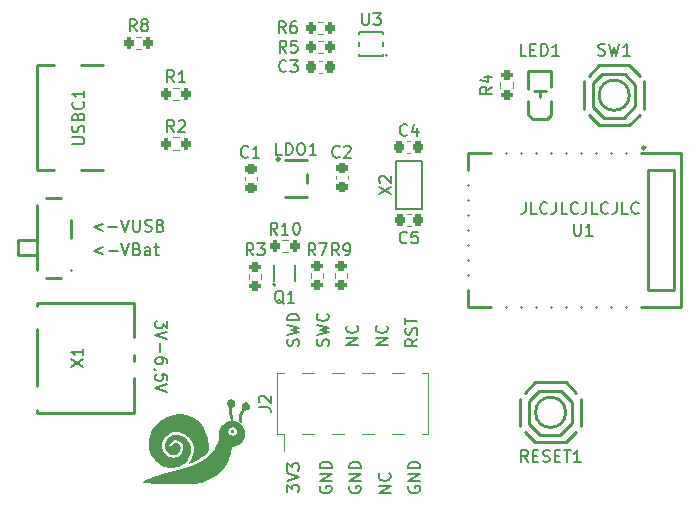
<source format=gbr>
%TF.GenerationSoftware,KiCad,Pcbnew,6.0.11-2627ca5db0~126~ubuntu22.04.1*%
%TF.CreationDate,2023-08-27T22:06:58+02:00*%
%TF.ProjectId,E73-2G4M08S1C-52840,4537332d-3247-4344-9d30-385331432d35,rev?*%
%TF.SameCoordinates,Original*%
%TF.FileFunction,Legend,Top*%
%TF.FilePolarity,Positive*%
%FSLAX46Y46*%
G04 Gerber Fmt 4.6, Leading zero omitted, Abs format (unit mm)*
G04 Created by KiCad (PCBNEW 6.0.11-2627ca5db0~126~ubuntu22.04.1) date 2023-08-27 22:06:58*
%MOMM*%
%LPD*%
G01*
G04 APERTURE LIST*
G04 Aperture macros list*
%AMRoundRect*
0 Rectangle with rounded corners*
0 $1 Rounding radius*
0 $2 $3 $4 $5 $6 $7 $8 $9 X,Y pos of 4 corners*
0 Add a 4 corners polygon primitive as box body*
4,1,4,$2,$3,$4,$5,$6,$7,$8,$9,$2,$3,0*
0 Add four circle primitives for the rounded corners*
1,1,$1+$1,$2,$3*
1,1,$1+$1,$4,$5*
1,1,$1+$1,$6,$7*
1,1,$1+$1,$8,$9*
0 Add four rect primitives between the rounded corners*
20,1,$1+$1,$2,$3,$4,$5,0*
20,1,$1+$1,$4,$5,$6,$7,0*
20,1,$1+$1,$6,$7,$8,$9,0*
20,1,$1+$1,$8,$9,$2,$3,0*%
G04 Aperture macros list end*
%ADD10C,0.150000*%
%ADD11C,0.250000*%
%ADD12C,0.120000*%
%ADD13C,0.200000*%
%ADD14C,0.900000*%
%ADD15R,1.520000X0.600000*%
%ADD16R,0.700000X1.200000*%
%ADD17C,0.750000*%
%ADD18O,2.000000X1.200000*%
%ADD19O,1.800000X1.200000*%
%ADD20R,1.300000X0.300000*%
%ADD21RoundRect,0.200000X-0.275000X0.200000X-0.275000X-0.200000X0.275000X-0.200000X0.275000X0.200000X0*%
%ADD22C,3.200000*%
%ADD23R,0.550000X0.350000*%
%ADD24R,0.700000X1.600000*%
%ADD25R,0.280000X0.550000*%
%ADD26RoundRect,0.200000X-0.200000X-0.275000X0.200000X-0.275000X0.200000X0.275000X-0.200000X0.275000X0*%
%ADD27RoundRect,0.200000X0.275000X-0.200000X0.275000X0.200000X-0.275000X0.200000X-0.275000X-0.200000X0*%
%ADD28R,1.000000X0.600000*%
%ADD29RoundRect,0.225000X-0.225000X-0.250000X0.225000X-0.250000X0.225000X0.250000X-0.225000X0.250000X0*%
%ADD30R,1.700000X1.000000*%
%ADD31RoundRect,0.225000X-0.250000X0.225000X-0.250000X-0.225000X0.250000X-0.225000X0.250000X0.225000X0*%
%ADD32R,1.250000X1.000000*%
%ADD33R,1.700000X1.050000*%
%ADD34R,0.900000X2.000000*%
%ADD35R,2.000000X0.900000*%
%ADD36R,0.900000X0.900000*%
%ADD37R,3.250000X1.000000*%
%ADD38R,4.000000X1.500000*%
%ADD39R,1.000000X3.150000*%
%ADD40RoundRect,0.225000X0.250000X-0.225000X0.250000X0.225000X-0.250000X0.225000X-0.250000X-0.225000X0*%
G04 APERTURE END LIST*
D10*
X5833333Y-21285714D02*
X5071428Y-21571428D01*
X5833333Y-21857142D01*
X6309523Y-21571428D02*
X7071428Y-21571428D01*
X7404761Y-20952380D02*
X7738095Y-21952380D01*
X8071428Y-20952380D01*
X8404761Y-20952380D02*
X8404761Y-21761904D01*
X8452380Y-21857142D01*
X8500000Y-21904761D01*
X8595238Y-21952380D01*
X8785714Y-21952380D01*
X8880952Y-21904761D01*
X8928571Y-21857142D01*
X8976190Y-21761904D01*
X8976190Y-20952380D01*
X9404761Y-21904761D02*
X9547619Y-21952380D01*
X9785714Y-21952380D01*
X9880952Y-21904761D01*
X9928571Y-21857142D01*
X9976190Y-21761904D01*
X9976190Y-21666666D01*
X9928571Y-21571428D01*
X9880952Y-21523809D01*
X9785714Y-21476190D01*
X9595238Y-21428571D01*
X9500000Y-21380952D01*
X9452380Y-21333333D01*
X9404761Y-21238095D01*
X9404761Y-21142857D01*
X9452380Y-21047619D01*
X9500000Y-21000000D01*
X9595238Y-20952380D01*
X9833333Y-20952380D01*
X9976190Y-21000000D01*
X10738095Y-21428571D02*
X10880952Y-21476190D01*
X10928571Y-21523809D01*
X10976190Y-21619047D01*
X10976190Y-21761904D01*
X10928571Y-21857142D01*
X10880952Y-21904761D01*
X10785714Y-21952380D01*
X10404761Y-21952380D01*
X10404761Y-20952380D01*
X10738095Y-20952380D01*
X10833333Y-21000000D01*
X10880952Y-21047619D01*
X10928571Y-21142857D01*
X10928571Y-21238095D01*
X10880952Y-21333333D01*
X10833333Y-21380952D01*
X10738095Y-21428571D01*
X10404761Y-21428571D01*
X27452380Y-31535714D02*
X26452380Y-31535714D01*
X27452380Y-30964285D01*
X26452380Y-30964285D01*
X27357142Y-29916666D02*
X27404761Y-29964285D01*
X27452380Y-30107142D01*
X27452380Y-30202380D01*
X27404761Y-30345238D01*
X27309523Y-30440476D01*
X27214285Y-30488095D01*
X27023809Y-30535714D01*
X26880952Y-30535714D01*
X26690476Y-30488095D01*
X26595238Y-30440476D01*
X26500000Y-30345238D01*
X26452380Y-30202380D01*
X26452380Y-30107142D01*
X26500000Y-29964285D01*
X26547619Y-29916666D01*
X32452380Y-31047619D02*
X31976190Y-31380952D01*
X32452380Y-31619047D02*
X31452380Y-31619047D01*
X31452380Y-31238095D01*
X31500000Y-31142857D01*
X31547619Y-31095238D01*
X31642857Y-31047619D01*
X31785714Y-31047619D01*
X31880952Y-31095238D01*
X31928571Y-31142857D01*
X31976190Y-31238095D01*
X31976190Y-31619047D01*
X32404761Y-30666666D02*
X32452380Y-30523809D01*
X32452380Y-30285714D01*
X32404761Y-30190476D01*
X32357142Y-30142857D01*
X32261904Y-30095238D01*
X32166666Y-30095238D01*
X32071428Y-30142857D01*
X32023809Y-30190476D01*
X31976190Y-30285714D01*
X31928571Y-30476190D01*
X31880952Y-30571428D01*
X31833333Y-30619047D01*
X31738095Y-30666666D01*
X31642857Y-30666666D01*
X31547619Y-30619047D01*
X31500000Y-30571428D01*
X31452380Y-30476190D01*
X31452380Y-30238095D01*
X31500000Y-30095238D01*
X31452380Y-29809523D02*
X31452380Y-29238095D01*
X32452380Y-29523809D02*
X31452380Y-29523809D01*
X26750000Y-43511904D02*
X26702380Y-43607142D01*
X26702380Y-43750000D01*
X26750000Y-43892857D01*
X26845238Y-43988095D01*
X26940476Y-44035714D01*
X27130952Y-44083333D01*
X27273809Y-44083333D01*
X27464285Y-44035714D01*
X27559523Y-43988095D01*
X27654761Y-43892857D01*
X27702380Y-43750000D01*
X27702380Y-43654761D01*
X27654761Y-43511904D01*
X27607142Y-43464285D01*
X27273809Y-43464285D01*
X27273809Y-43654761D01*
X27702380Y-43035714D02*
X26702380Y-43035714D01*
X27702380Y-42464285D01*
X26702380Y-42464285D01*
X27702380Y-41988095D02*
X26702380Y-41988095D01*
X26702380Y-41750000D01*
X26750000Y-41607142D01*
X26845238Y-41511904D01*
X26940476Y-41464285D01*
X27130952Y-41416666D01*
X27273809Y-41416666D01*
X27464285Y-41464285D01*
X27559523Y-41511904D01*
X27654761Y-41607142D01*
X27702380Y-41750000D01*
X27702380Y-41988095D01*
X31750000Y-43511904D02*
X31702380Y-43607142D01*
X31702380Y-43750000D01*
X31750000Y-43892857D01*
X31845238Y-43988095D01*
X31940476Y-44035714D01*
X32130952Y-44083333D01*
X32273809Y-44083333D01*
X32464285Y-44035714D01*
X32559523Y-43988095D01*
X32654761Y-43892857D01*
X32702380Y-43750000D01*
X32702380Y-43654761D01*
X32654761Y-43511904D01*
X32607142Y-43464285D01*
X32273809Y-43464285D01*
X32273809Y-43654761D01*
X32702380Y-43035714D02*
X31702380Y-43035714D01*
X32702380Y-42464285D01*
X31702380Y-42464285D01*
X32702380Y-41988095D02*
X31702380Y-41988095D01*
X31702380Y-41750000D01*
X31750000Y-41607142D01*
X31845238Y-41511904D01*
X31940476Y-41464285D01*
X32130952Y-41416666D01*
X32273809Y-41416666D01*
X32464285Y-41464285D01*
X32559523Y-41511904D01*
X32654761Y-41607142D01*
X32702380Y-41750000D01*
X32702380Y-41988095D01*
X22404761Y-31607142D02*
X22452380Y-31464285D01*
X22452380Y-31226190D01*
X22404761Y-31130952D01*
X22357142Y-31083333D01*
X22261904Y-31035714D01*
X22166666Y-31035714D01*
X22071428Y-31083333D01*
X22023809Y-31130952D01*
X21976190Y-31226190D01*
X21928571Y-31416666D01*
X21880952Y-31511904D01*
X21833333Y-31559523D01*
X21738095Y-31607142D01*
X21642857Y-31607142D01*
X21547619Y-31559523D01*
X21500000Y-31511904D01*
X21452380Y-31416666D01*
X21452380Y-31178571D01*
X21500000Y-31035714D01*
X21452380Y-30702380D02*
X22452380Y-30464285D01*
X21738095Y-30273809D01*
X22452380Y-30083333D01*
X21452380Y-29845238D01*
X22452380Y-29464285D02*
X21452380Y-29464285D01*
X21452380Y-29226190D01*
X21500000Y-29083333D01*
X21595238Y-28988095D01*
X21690476Y-28940476D01*
X21880952Y-28892857D01*
X22023809Y-28892857D01*
X22214285Y-28940476D01*
X22309523Y-28988095D01*
X22404761Y-29083333D01*
X22452380Y-29226190D01*
X22452380Y-29464285D01*
X24250000Y-43511904D02*
X24202380Y-43607142D01*
X24202380Y-43750000D01*
X24250000Y-43892857D01*
X24345238Y-43988095D01*
X24440476Y-44035714D01*
X24630952Y-44083333D01*
X24773809Y-44083333D01*
X24964285Y-44035714D01*
X25059523Y-43988095D01*
X25154761Y-43892857D01*
X25202380Y-43750000D01*
X25202380Y-43654761D01*
X25154761Y-43511904D01*
X25107142Y-43464285D01*
X24773809Y-43464285D01*
X24773809Y-43654761D01*
X25202380Y-43035714D02*
X24202380Y-43035714D01*
X25202380Y-42464285D01*
X24202380Y-42464285D01*
X25202380Y-41988095D02*
X24202380Y-41988095D01*
X24202380Y-41750000D01*
X24250000Y-41607142D01*
X24345238Y-41511904D01*
X24440476Y-41464285D01*
X24630952Y-41416666D01*
X24773809Y-41416666D01*
X24964285Y-41464285D01*
X25059523Y-41511904D01*
X25154761Y-41607142D01*
X25202380Y-41750000D01*
X25202380Y-41988095D01*
X24904761Y-31607142D02*
X24952380Y-31464285D01*
X24952380Y-31226190D01*
X24904761Y-31130952D01*
X24857142Y-31083333D01*
X24761904Y-31035714D01*
X24666666Y-31035714D01*
X24571428Y-31083333D01*
X24523809Y-31130952D01*
X24476190Y-31226190D01*
X24428571Y-31416666D01*
X24380952Y-31511904D01*
X24333333Y-31559523D01*
X24238095Y-31607142D01*
X24142857Y-31607142D01*
X24047619Y-31559523D01*
X24000000Y-31511904D01*
X23952380Y-31416666D01*
X23952380Y-31178571D01*
X24000000Y-31035714D01*
X23952380Y-30702380D02*
X24952380Y-30464285D01*
X24238095Y-30273809D01*
X24952380Y-30083333D01*
X23952380Y-29845238D01*
X24857142Y-28892857D02*
X24904761Y-28940476D01*
X24952380Y-29083333D01*
X24952380Y-29178571D01*
X24904761Y-29321428D01*
X24809523Y-29416666D01*
X24714285Y-29464285D01*
X24523809Y-29511904D01*
X24380952Y-29511904D01*
X24190476Y-29464285D01*
X24095238Y-29416666D01*
X24000000Y-29321428D01*
X23952380Y-29178571D01*
X23952380Y-29083333D01*
X24000000Y-28940476D01*
X24047619Y-28892857D01*
X29952380Y-31535714D02*
X28952380Y-31535714D01*
X29952380Y-30964285D01*
X28952380Y-30964285D01*
X29857142Y-29916666D02*
X29904761Y-29964285D01*
X29952380Y-30107142D01*
X29952380Y-30202380D01*
X29904761Y-30345238D01*
X29809523Y-30440476D01*
X29714285Y-30488095D01*
X29523809Y-30535714D01*
X29380952Y-30535714D01*
X29190476Y-30488095D01*
X29095238Y-30440476D01*
X29000000Y-30345238D01*
X28952380Y-30202380D01*
X28952380Y-30107142D01*
X29000000Y-29964285D01*
X29047619Y-29916666D01*
X30202380Y-44035714D02*
X29202380Y-44035714D01*
X30202380Y-43464285D01*
X29202380Y-43464285D01*
X30107142Y-42416666D02*
X30154761Y-42464285D01*
X30202380Y-42607142D01*
X30202380Y-42702380D01*
X30154761Y-42845238D01*
X30059523Y-42940476D01*
X29964285Y-42988095D01*
X29773809Y-43035714D01*
X29630952Y-43035714D01*
X29440476Y-42988095D01*
X29345238Y-42940476D01*
X29250000Y-42845238D01*
X29202380Y-42702380D01*
X29202380Y-42607142D01*
X29250000Y-42464285D01*
X29297619Y-42416666D01*
X11297619Y-29500000D02*
X11297619Y-30119047D01*
X10916666Y-29785714D01*
X10916666Y-29928571D01*
X10869047Y-30023809D01*
X10821428Y-30071428D01*
X10726190Y-30119047D01*
X10488095Y-30119047D01*
X10392857Y-30071428D01*
X10345238Y-30023809D01*
X10297619Y-29928571D01*
X10297619Y-29642857D01*
X10345238Y-29547619D01*
X10392857Y-29500000D01*
X11297619Y-30404761D02*
X10297619Y-30738095D01*
X11297619Y-31071428D01*
X10678571Y-31404761D02*
X10678571Y-32166666D01*
X11297619Y-33071428D02*
X11297619Y-32880952D01*
X11250000Y-32785714D01*
X11202380Y-32738095D01*
X11059523Y-32642857D01*
X10869047Y-32595238D01*
X10488095Y-32595238D01*
X10392857Y-32642857D01*
X10345238Y-32690476D01*
X10297619Y-32785714D01*
X10297619Y-32976190D01*
X10345238Y-33071428D01*
X10392857Y-33119047D01*
X10488095Y-33166666D01*
X10726190Y-33166666D01*
X10821428Y-33119047D01*
X10869047Y-33071428D01*
X10916666Y-32976190D01*
X10916666Y-32785714D01*
X10869047Y-32690476D01*
X10821428Y-32642857D01*
X10726190Y-32595238D01*
X10345238Y-33642857D02*
X10297619Y-33642857D01*
X10202380Y-33595238D01*
X10154761Y-33547619D01*
X11297619Y-34547619D02*
X11297619Y-34071428D01*
X10821428Y-34023809D01*
X10869047Y-34071428D01*
X10916666Y-34166666D01*
X10916666Y-34404761D01*
X10869047Y-34500000D01*
X10821428Y-34547619D01*
X10726190Y-34595238D01*
X10488095Y-34595238D01*
X10392857Y-34547619D01*
X10345238Y-34500000D01*
X10297619Y-34404761D01*
X10297619Y-34166666D01*
X10345238Y-34071428D01*
X10392857Y-34023809D01*
X11297619Y-34880952D02*
X10297619Y-35214285D01*
X11297619Y-35547619D01*
X5845238Y-23285714D02*
X5083333Y-23571428D01*
X5845238Y-23857142D01*
X6321428Y-23571428D02*
X7083333Y-23571428D01*
X7416666Y-22952380D02*
X7750000Y-23952380D01*
X8083333Y-22952380D01*
X8750000Y-23428571D02*
X8892857Y-23476190D01*
X8940476Y-23523809D01*
X8988095Y-23619047D01*
X8988095Y-23761904D01*
X8940476Y-23857142D01*
X8892857Y-23904761D01*
X8797619Y-23952380D01*
X8416666Y-23952380D01*
X8416666Y-22952380D01*
X8750000Y-22952380D01*
X8845238Y-23000000D01*
X8892857Y-23047619D01*
X8940476Y-23142857D01*
X8940476Y-23238095D01*
X8892857Y-23333333D01*
X8845238Y-23380952D01*
X8750000Y-23428571D01*
X8416666Y-23428571D01*
X9845238Y-23952380D02*
X9845238Y-23428571D01*
X9797619Y-23333333D01*
X9702380Y-23285714D01*
X9511904Y-23285714D01*
X9416666Y-23333333D01*
X9845238Y-23904761D02*
X9750000Y-23952380D01*
X9511904Y-23952380D01*
X9416666Y-23904761D01*
X9369047Y-23809523D01*
X9369047Y-23714285D01*
X9416666Y-23619047D01*
X9511904Y-23571428D01*
X9750000Y-23571428D01*
X9845238Y-23523809D01*
X10178571Y-23285714D02*
X10559523Y-23285714D01*
X10321428Y-22952380D02*
X10321428Y-23809523D01*
X10369047Y-23904761D01*
X10464285Y-23952380D01*
X10559523Y-23952380D01*
X21452380Y-43988095D02*
X21452380Y-43369047D01*
X21833333Y-43702380D01*
X21833333Y-43559523D01*
X21880952Y-43464285D01*
X21928571Y-43416666D01*
X22023809Y-43369047D01*
X22261904Y-43369047D01*
X22357142Y-43416666D01*
X22404761Y-43464285D01*
X22452380Y-43559523D01*
X22452380Y-43845238D01*
X22404761Y-43940476D01*
X22357142Y-43988095D01*
X21452380Y-43083333D02*
X22452380Y-42750000D01*
X21452380Y-42416666D01*
X21452380Y-42178571D02*
X21452380Y-41559523D01*
X21833333Y-41892857D01*
X21833333Y-41750000D01*
X21880952Y-41654761D01*
X21928571Y-41607142D01*
X22023809Y-41559523D01*
X22261904Y-41559523D01*
X22357142Y-41607142D01*
X22404761Y-41654761D01*
X22452380Y-41750000D01*
X22452380Y-42035714D01*
X22404761Y-42130952D01*
X22357142Y-42178571D01*
X41630952Y-19452380D02*
X41630952Y-20166666D01*
X41583333Y-20309523D01*
X41488095Y-20404761D01*
X41345238Y-20452380D01*
X41250000Y-20452380D01*
X42583333Y-20452380D02*
X42107142Y-20452380D01*
X42107142Y-19452380D01*
X43488095Y-20357142D02*
X43440476Y-20404761D01*
X43297619Y-20452380D01*
X43202380Y-20452380D01*
X43059523Y-20404761D01*
X42964285Y-20309523D01*
X42916666Y-20214285D01*
X42869047Y-20023809D01*
X42869047Y-19880952D01*
X42916666Y-19690476D01*
X42964285Y-19595238D01*
X43059523Y-19500000D01*
X43202380Y-19452380D01*
X43297619Y-19452380D01*
X43440476Y-19500000D01*
X43488095Y-19547619D01*
X44202380Y-19452380D02*
X44202380Y-20166666D01*
X44154761Y-20309523D01*
X44059523Y-20404761D01*
X43916666Y-20452380D01*
X43821428Y-20452380D01*
X45154761Y-20452380D02*
X44678571Y-20452380D01*
X44678571Y-19452380D01*
X46059523Y-20357142D02*
X46011904Y-20404761D01*
X45869047Y-20452380D01*
X45773809Y-20452380D01*
X45630952Y-20404761D01*
X45535714Y-20309523D01*
X45488095Y-20214285D01*
X45440476Y-20023809D01*
X45440476Y-19880952D01*
X45488095Y-19690476D01*
X45535714Y-19595238D01*
X45630952Y-19500000D01*
X45773809Y-19452380D01*
X45869047Y-19452380D01*
X46011904Y-19500000D01*
X46059523Y-19547619D01*
X46773809Y-19452380D02*
X46773809Y-20166666D01*
X46726190Y-20309523D01*
X46630952Y-20404761D01*
X46488095Y-20452380D01*
X46392857Y-20452380D01*
X47726190Y-20452380D02*
X47250000Y-20452380D01*
X47250000Y-19452380D01*
X48630952Y-20357142D02*
X48583333Y-20404761D01*
X48440476Y-20452380D01*
X48345238Y-20452380D01*
X48202380Y-20404761D01*
X48107142Y-20309523D01*
X48059523Y-20214285D01*
X48011904Y-20023809D01*
X48011904Y-19880952D01*
X48059523Y-19690476D01*
X48107142Y-19595238D01*
X48202380Y-19500000D01*
X48345238Y-19452380D01*
X48440476Y-19452380D01*
X48583333Y-19500000D01*
X48630952Y-19547619D01*
X49345238Y-19452380D02*
X49345238Y-20166666D01*
X49297619Y-20309523D01*
X49202380Y-20404761D01*
X49059523Y-20452380D01*
X48964285Y-20452380D01*
X50297619Y-20452380D02*
X49821428Y-20452380D01*
X49821428Y-19452380D01*
X51202380Y-20357142D02*
X51154761Y-20404761D01*
X51011904Y-20452380D01*
X50916666Y-20452380D01*
X50773809Y-20404761D01*
X50678571Y-20309523D01*
X50630952Y-20214285D01*
X50583333Y-20023809D01*
X50583333Y-19880952D01*
X50630952Y-19690476D01*
X50678571Y-19595238D01*
X50773809Y-19500000D01*
X50916666Y-19452380D01*
X51011904Y-19452380D01*
X51154761Y-19500000D01*
X51202380Y-19547619D01*
%TO.C,USBC1*%
X3252380Y-14538095D02*
X4061904Y-14538095D01*
X4157142Y-14490476D01*
X4204761Y-14442857D01*
X4252380Y-14347619D01*
X4252380Y-14157142D01*
X4204761Y-14061904D01*
X4157142Y-14014285D01*
X4061904Y-13966666D01*
X3252380Y-13966666D01*
X4204761Y-13538095D02*
X4252380Y-13395238D01*
X4252380Y-13157142D01*
X4204761Y-13061904D01*
X4157142Y-13014285D01*
X4061904Y-12966666D01*
X3966666Y-12966666D01*
X3871428Y-13014285D01*
X3823809Y-13061904D01*
X3776190Y-13157142D01*
X3728571Y-13347619D01*
X3680952Y-13442857D01*
X3633333Y-13490476D01*
X3538095Y-13538095D01*
X3442857Y-13538095D01*
X3347619Y-13490476D01*
X3300000Y-13442857D01*
X3252380Y-13347619D01*
X3252380Y-13109523D01*
X3300000Y-12966666D01*
X3728571Y-12204761D02*
X3776190Y-12061904D01*
X3823809Y-12014285D01*
X3919047Y-11966666D01*
X4061904Y-11966666D01*
X4157142Y-12014285D01*
X4204761Y-12061904D01*
X4252380Y-12157142D01*
X4252380Y-12538095D01*
X3252380Y-12538095D01*
X3252380Y-12204761D01*
X3300000Y-12109523D01*
X3347619Y-12061904D01*
X3442857Y-12014285D01*
X3538095Y-12014285D01*
X3633333Y-12061904D01*
X3680952Y-12109523D01*
X3728571Y-12204761D01*
X3728571Y-12538095D01*
X4157142Y-10966666D02*
X4204761Y-11014285D01*
X4252380Y-11157142D01*
X4252380Y-11252380D01*
X4204761Y-11395238D01*
X4109523Y-11490476D01*
X4014285Y-11538095D01*
X3823809Y-11585714D01*
X3680952Y-11585714D01*
X3490476Y-11538095D01*
X3395238Y-11490476D01*
X3300000Y-11395238D01*
X3252380Y-11252380D01*
X3252380Y-11157142D01*
X3300000Y-11014285D01*
X3347619Y-10966666D01*
X4252380Y-10014285D02*
X4252380Y-10585714D01*
X4252380Y-10300000D02*
X3252380Y-10300000D01*
X3395238Y-10395238D01*
X3490476Y-10490476D01*
X3538095Y-10585714D01*
%TO.C,R9*%
X25833333Y-23952380D02*
X25500000Y-23476190D01*
X25261904Y-23952380D02*
X25261904Y-22952380D01*
X25642857Y-22952380D01*
X25738095Y-23000000D01*
X25785714Y-23047619D01*
X25833333Y-23142857D01*
X25833333Y-23285714D01*
X25785714Y-23380952D01*
X25738095Y-23428571D01*
X25642857Y-23476190D01*
X25261904Y-23476190D01*
X26309523Y-23952380D02*
X26500000Y-23952380D01*
X26595238Y-23904761D01*
X26642857Y-23857142D01*
X26738095Y-23714285D01*
X26785714Y-23523809D01*
X26785714Y-23142857D01*
X26738095Y-23047619D01*
X26690476Y-23000000D01*
X26595238Y-22952380D01*
X26404761Y-22952380D01*
X26309523Y-23000000D01*
X26261904Y-23047619D01*
X26214285Y-23142857D01*
X26214285Y-23380952D01*
X26261904Y-23476190D01*
X26309523Y-23523809D01*
X26404761Y-23571428D01*
X26595238Y-23571428D01*
X26690476Y-23523809D01*
X26738095Y-23476190D01*
X26785714Y-23380952D01*
%TO.C,U3*%
X27799095Y-3452380D02*
X27799095Y-4261904D01*
X27846714Y-4357142D01*
X27894333Y-4404761D01*
X27989571Y-4452380D01*
X28180047Y-4452380D01*
X28275285Y-4404761D01*
X28322904Y-4357142D01*
X28370523Y-4261904D01*
X28370523Y-3452380D01*
X28751476Y-3452380D02*
X29370523Y-3452380D01*
X29037190Y-3833333D01*
X29180047Y-3833333D01*
X29275285Y-3880952D01*
X29322904Y-3928571D01*
X29370523Y-4023809D01*
X29370523Y-4261904D01*
X29322904Y-4357142D01*
X29275285Y-4404761D01*
X29180047Y-4452380D01*
X28894333Y-4452380D01*
X28799095Y-4404761D01*
X28751476Y-4357142D01*
%TO.C,Q1*%
X21154761Y-28047619D02*
X21059523Y-28000000D01*
X20964285Y-27904761D01*
X20821428Y-27761904D01*
X20726190Y-27714285D01*
X20630952Y-27714285D01*
X20678571Y-27952380D02*
X20583333Y-27904761D01*
X20488095Y-27809523D01*
X20440476Y-27619047D01*
X20440476Y-27285714D01*
X20488095Y-27095238D01*
X20583333Y-27000000D01*
X20678571Y-26952380D01*
X20869047Y-26952380D01*
X20964285Y-27000000D01*
X21059523Y-27095238D01*
X21107142Y-27285714D01*
X21107142Y-27619047D01*
X21059523Y-27809523D01*
X20964285Y-27904761D01*
X20869047Y-27952380D01*
X20678571Y-27952380D01*
X22059523Y-27952380D02*
X21488095Y-27952380D01*
X21773809Y-27952380D02*
X21773809Y-26952380D01*
X21678571Y-27095238D01*
X21583333Y-27190476D01*
X21488095Y-27238095D01*
%TO.C,R4*%
X38792380Y-9691666D02*
X38316190Y-10025000D01*
X38792380Y-10263095D02*
X37792380Y-10263095D01*
X37792380Y-9882142D01*
X37840000Y-9786904D01*
X37887619Y-9739285D01*
X37982857Y-9691666D01*
X38125714Y-9691666D01*
X38220952Y-9739285D01*
X38268571Y-9786904D01*
X38316190Y-9882142D01*
X38316190Y-10263095D01*
X38125714Y-8834523D02*
X38792380Y-8834523D01*
X37744761Y-9072619D02*
X38459047Y-9310714D01*
X38459047Y-8691666D01*
%TO.C,R1*%
X11875833Y-9294880D02*
X11542500Y-8818690D01*
X11304404Y-9294880D02*
X11304404Y-8294880D01*
X11685357Y-8294880D01*
X11780595Y-8342500D01*
X11828214Y-8390119D01*
X11875833Y-8485357D01*
X11875833Y-8628214D01*
X11828214Y-8723452D01*
X11780595Y-8771071D01*
X11685357Y-8818690D01*
X11304404Y-8818690D01*
X12828214Y-9294880D02*
X12256785Y-9294880D01*
X12542500Y-9294880D02*
X12542500Y-8294880D01*
X12447261Y-8437738D01*
X12352023Y-8532976D01*
X12256785Y-8580595D01*
%TO.C,R3*%
X18583333Y-23952380D02*
X18250000Y-23476190D01*
X18011904Y-23952380D02*
X18011904Y-22952380D01*
X18392857Y-22952380D01*
X18488095Y-23000000D01*
X18535714Y-23047619D01*
X18583333Y-23142857D01*
X18583333Y-23285714D01*
X18535714Y-23380952D01*
X18488095Y-23428571D01*
X18392857Y-23476190D01*
X18011904Y-23476190D01*
X18916666Y-22952380D02*
X19535714Y-22952380D01*
X19202380Y-23333333D01*
X19345238Y-23333333D01*
X19440476Y-23380952D01*
X19488095Y-23428571D01*
X19535714Y-23523809D01*
X19535714Y-23761904D01*
X19488095Y-23857142D01*
X19440476Y-23904761D01*
X19345238Y-23952380D01*
X19059523Y-23952380D01*
X18964285Y-23904761D01*
X18916666Y-23857142D01*
%TO.C,LDO1*%
X21009523Y-15452380D02*
X20533333Y-15452380D01*
X20533333Y-14452380D01*
X21342857Y-15452380D02*
X21342857Y-14452380D01*
X21580952Y-14452380D01*
X21723809Y-14500000D01*
X21819047Y-14595238D01*
X21866666Y-14690476D01*
X21914285Y-14880952D01*
X21914285Y-15023809D01*
X21866666Y-15214285D01*
X21819047Y-15309523D01*
X21723809Y-15404761D01*
X21580952Y-15452380D01*
X21342857Y-15452380D01*
X22533333Y-14452380D02*
X22723809Y-14452380D01*
X22819047Y-14500000D01*
X22914285Y-14595238D01*
X22961904Y-14785714D01*
X22961904Y-15119047D01*
X22914285Y-15309523D01*
X22819047Y-15404761D01*
X22723809Y-15452380D01*
X22533333Y-15452380D01*
X22438095Y-15404761D01*
X22342857Y-15309523D01*
X22295238Y-15119047D01*
X22295238Y-14785714D01*
X22342857Y-14595238D01*
X22438095Y-14500000D01*
X22533333Y-14452380D01*
X23914285Y-15452380D02*
X23342857Y-15452380D01*
X23628571Y-15452380D02*
X23628571Y-14452380D01*
X23533333Y-14595238D01*
X23438095Y-14690476D01*
X23342857Y-14738095D01*
%TO.C,R10*%
X20607142Y-22197380D02*
X20273809Y-21721190D01*
X20035714Y-22197380D02*
X20035714Y-21197380D01*
X20416666Y-21197380D01*
X20511904Y-21245000D01*
X20559523Y-21292619D01*
X20607142Y-21387857D01*
X20607142Y-21530714D01*
X20559523Y-21625952D01*
X20511904Y-21673571D01*
X20416666Y-21721190D01*
X20035714Y-21721190D01*
X21559523Y-22197380D02*
X20988095Y-22197380D01*
X21273809Y-22197380D02*
X21273809Y-21197380D01*
X21178571Y-21340238D01*
X21083333Y-21435476D01*
X20988095Y-21483095D01*
X22178571Y-21197380D02*
X22273809Y-21197380D01*
X22369047Y-21245000D01*
X22416666Y-21292619D01*
X22464285Y-21387857D01*
X22511904Y-21578333D01*
X22511904Y-21816428D01*
X22464285Y-22006904D01*
X22416666Y-22102142D01*
X22369047Y-22149761D01*
X22273809Y-22197380D01*
X22178571Y-22197380D01*
X22083333Y-22149761D01*
X22035714Y-22102142D01*
X21988095Y-22006904D01*
X21940476Y-21816428D01*
X21940476Y-21578333D01*
X21988095Y-21387857D01*
X22035714Y-21292619D01*
X22083333Y-21245000D01*
X22178571Y-21197380D01*
%TO.C,C5*%
X31583333Y-22857142D02*
X31535714Y-22904761D01*
X31392857Y-22952380D01*
X31297619Y-22952380D01*
X31154761Y-22904761D01*
X31059523Y-22809523D01*
X31011904Y-22714285D01*
X30964285Y-22523809D01*
X30964285Y-22380952D01*
X31011904Y-22190476D01*
X31059523Y-22095238D01*
X31154761Y-22000000D01*
X31297619Y-21952380D01*
X31392857Y-21952380D01*
X31535714Y-22000000D01*
X31583333Y-22047619D01*
X32488095Y-21952380D02*
X32011904Y-21952380D01*
X31964285Y-22428571D01*
X32011904Y-22380952D01*
X32107142Y-22333333D01*
X32345238Y-22333333D01*
X32440476Y-22380952D01*
X32488095Y-22428571D01*
X32535714Y-22523809D01*
X32535714Y-22761904D01*
X32488095Y-22857142D01*
X32440476Y-22904761D01*
X32345238Y-22952380D01*
X32107142Y-22952380D01*
X32011904Y-22904761D01*
X31964285Y-22857142D01*
%TO.C,C3*%
X21373913Y-8342142D02*
X21326294Y-8389761D01*
X21183437Y-8437380D01*
X21088199Y-8437380D01*
X20945341Y-8389761D01*
X20850103Y-8294523D01*
X20802484Y-8199285D01*
X20754865Y-8008809D01*
X20754865Y-7865952D01*
X20802484Y-7675476D01*
X20850103Y-7580238D01*
X20945341Y-7485000D01*
X21088199Y-7437380D01*
X21183437Y-7437380D01*
X21326294Y-7485000D01*
X21373913Y-7532619D01*
X21707246Y-7437380D02*
X22326294Y-7437380D01*
X21992960Y-7818333D01*
X22135818Y-7818333D01*
X22231056Y-7865952D01*
X22278675Y-7913571D01*
X22326294Y-8008809D01*
X22326294Y-8246904D01*
X22278675Y-8342142D01*
X22231056Y-8389761D01*
X22135818Y-8437380D01*
X21850103Y-8437380D01*
X21754865Y-8389761D01*
X21707246Y-8342142D01*
%TO.C,SW1*%
X47801666Y-6994761D02*
X47944523Y-7042380D01*
X48182619Y-7042380D01*
X48277857Y-6994761D01*
X48325476Y-6947142D01*
X48373095Y-6851904D01*
X48373095Y-6756666D01*
X48325476Y-6661428D01*
X48277857Y-6613809D01*
X48182619Y-6566190D01*
X47992142Y-6518571D01*
X47896904Y-6470952D01*
X47849285Y-6423333D01*
X47801666Y-6328095D01*
X47801666Y-6232857D01*
X47849285Y-6137619D01*
X47896904Y-6090000D01*
X47992142Y-6042380D01*
X48230238Y-6042380D01*
X48373095Y-6090000D01*
X48706428Y-6042380D02*
X48944523Y-7042380D01*
X49135000Y-6328095D01*
X49325476Y-7042380D01*
X49563571Y-6042380D01*
X50468333Y-7042380D02*
X49896904Y-7042380D01*
X50182619Y-7042380D02*
X50182619Y-6042380D01*
X50087380Y-6185238D01*
X49992142Y-6280476D01*
X49896904Y-6328095D01*
%TO.C,R8*%
X8700833Y-4977380D02*
X8367500Y-4501190D01*
X8129404Y-4977380D02*
X8129404Y-3977380D01*
X8510357Y-3977380D01*
X8605595Y-4025000D01*
X8653214Y-4072619D01*
X8700833Y-4167857D01*
X8700833Y-4310714D01*
X8653214Y-4405952D01*
X8605595Y-4453571D01*
X8510357Y-4501190D01*
X8129404Y-4501190D01*
X9272261Y-4405952D02*
X9177023Y-4358333D01*
X9129404Y-4310714D01*
X9081785Y-4215476D01*
X9081785Y-4167857D01*
X9129404Y-4072619D01*
X9177023Y-4025000D01*
X9272261Y-3977380D01*
X9462738Y-3977380D01*
X9557976Y-4025000D01*
X9605595Y-4072619D01*
X9653214Y-4167857D01*
X9653214Y-4215476D01*
X9605595Y-4310714D01*
X9557976Y-4358333D01*
X9462738Y-4405952D01*
X9272261Y-4405952D01*
X9177023Y-4453571D01*
X9129404Y-4501190D01*
X9081785Y-4596428D01*
X9081785Y-4786904D01*
X9129404Y-4882142D01*
X9177023Y-4929761D01*
X9272261Y-4977380D01*
X9462738Y-4977380D01*
X9557976Y-4929761D01*
X9605595Y-4882142D01*
X9653214Y-4786904D01*
X9653214Y-4596428D01*
X9605595Y-4501190D01*
X9557976Y-4453571D01*
X9462738Y-4405952D01*
%TO.C,R6*%
X21309913Y-5137380D02*
X20976580Y-4661190D01*
X20738484Y-5137380D02*
X20738484Y-4137380D01*
X21119437Y-4137380D01*
X21214675Y-4185000D01*
X21262294Y-4232619D01*
X21309913Y-4327857D01*
X21309913Y-4470714D01*
X21262294Y-4565952D01*
X21214675Y-4613571D01*
X21119437Y-4661190D01*
X20738484Y-4661190D01*
X22167056Y-4137380D02*
X21976580Y-4137380D01*
X21881341Y-4185000D01*
X21833722Y-4232619D01*
X21738484Y-4375476D01*
X21690865Y-4565952D01*
X21690865Y-4946904D01*
X21738484Y-5042142D01*
X21786103Y-5089761D01*
X21881341Y-5137380D01*
X22071818Y-5137380D01*
X22167056Y-5089761D01*
X22214675Y-5042142D01*
X22262294Y-4946904D01*
X22262294Y-4708809D01*
X22214675Y-4613571D01*
X22167056Y-4565952D01*
X22071818Y-4518333D01*
X21881341Y-4518333D01*
X21786103Y-4565952D01*
X21738484Y-4613571D01*
X21690865Y-4708809D01*
%TO.C,RESET1*%
X41821428Y-41452380D02*
X41488095Y-40976190D01*
X41250000Y-41452380D02*
X41250000Y-40452380D01*
X41630952Y-40452380D01*
X41726190Y-40500000D01*
X41773809Y-40547619D01*
X41821428Y-40642857D01*
X41821428Y-40785714D01*
X41773809Y-40880952D01*
X41726190Y-40928571D01*
X41630952Y-40976190D01*
X41250000Y-40976190D01*
X42250000Y-40928571D02*
X42583333Y-40928571D01*
X42726190Y-41452380D02*
X42250000Y-41452380D01*
X42250000Y-40452380D01*
X42726190Y-40452380D01*
X43107142Y-41404761D02*
X43250000Y-41452380D01*
X43488095Y-41452380D01*
X43583333Y-41404761D01*
X43630952Y-41357142D01*
X43678571Y-41261904D01*
X43678571Y-41166666D01*
X43630952Y-41071428D01*
X43583333Y-41023809D01*
X43488095Y-40976190D01*
X43297619Y-40928571D01*
X43202380Y-40880952D01*
X43154761Y-40833333D01*
X43107142Y-40738095D01*
X43107142Y-40642857D01*
X43154761Y-40547619D01*
X43202380Y-40500000D01*
X43297619Y-40452380D01*
X43535714Y-40452380D01*
X43678571Y-40500000D01*
X44107142Y-40928571D02*
X44440476Y-40928571D01*
X44583333Y-41452380D02*
X44107142Y-41452380D01*
X44107142Y-40452380D01*
X44583333Y-40452380D01*
X44869047Y-40452380D02*
X45440476Y-40452380D01*
X45154761Y-41452380D02*
X45154761Y-40452380D01*
X46297619Y-41452380D02*
X45726190Y-41452380D01*
X46011904Y-41452380D02*
X46011904Y-40452380D01*
X45916666Y-40595238D01*
X45821428Y-40690476D01*
X45726190Y-40738095D01*
%TO.C,R2*%
X11875833Y-13514880D02*
X11542500Y-13038690D01*
X11304404Y-13514880D02*
X11304404Y-12514880D01*
X11685357Y-12514880D01*
X11780595Y-12562500D01*
X11828214Y-12610119D01*
X11875833Y-12705357D01*
X11875833Y-12848214D01*
X11828214Y-12943452D01*
X11780595Y-12991071D01*
X11685357Y-13038690D01*
X11304404Y-13038690D01*
X12256785Y-12610119D02*
X12304404Y-12562500D01*
X12399642Y-12514880D01*
X12637738Y-12514880D01*
X12732976Y-12562500D01*
X12780595Y-12610119D01*
X12828214Y-12705357D01*
X12828214Y-12800595D01*
X12780595Y-12943452D01*
X12209166Y-13514880D01*
X12828214Y-13514880D01*
%TO.C,C1*%
X18138333Y-15592142D02*
X18090714Y-15639761D01*
X17947857Y-15687380D01*
X17852619Y-15687380D01*
X17709761Y-15639761D01*
X17614523Y-15544523D01*
X17566904Y-15449285D01*
X17519285Y-15258809D01*
X17519285Y-15115952D01*
X17566904Y-14925476D01*
X17614523Y-14830238D01*
X17709761Y-14735000D01*
X17852619Y-14687380D01*
X17947857Y-14687380D01*
X18090714Y-14735000D01*
X18138333Y-14782619D01*
X19090714Y-15687380D02*
X18519285Y-15687380D01*
X18805000Y-15687380D02*
X18805000Y-14687380D01*
X18709761Y-14830238D01*
X18614523Y-14925476D01*
X18519285Y-14973095D01*
%TO.C,R7*%
X23833333Y-23952380D02*
X23500000Y-23476190D01*
X23261904Y-23952380D02*
X23261904Y-22952380D01*
X23642857Y-22952380D01*
X23738095Y-23000000D01*
X23785714Y-23047619D01*
X23833333Y-23142857D01*
X23833333Y-23285714D01*
X23785714Y-23380952D01*
X23738095Y-23428571D01*
X23642857Y-23476190D01*
X23261904Y-23476190D01*
X24166666Y-22952380D02*
X24833333Y-22952380D01*
X24404761Y-23952380D01*
%TO.C,LED1*%
X41700952Y-7052380D02*
X41224761Y-7052380D01*
X41224761Y-6052380D01*
X42034285Y-6528571D02*
X42367619Y-6528571D01*
X42510476Y-7052380D02*
X42034285Y-7052380D01*
X42034285Y-6052380D01*
X42510476Y-6052380D01*
X42939047Y-7052380D02*
X42939047Y-6052380D01*
X43177142Y-6052380D01*
X43320000Y-6100000D01*
X43415238Y-6195238D01*
X43462857Y-6290476D01*
X43510476Y-6480952D01*
X43510476Y-6623809D01*
X43462857Y-6814285D01*
X43415238Y-6909523D01*
X43320000Y-7004761D01*
X43177142Y-7052380D01*
X42939047Y-7052380D01*
X44462857Y-7052380D02*
X43891428Y-7052380D01*
X44177142Y-7052380D02*
X44177142Y-6052380D01*
X44081904Y-6195238D01*
X43986666Y-6290476D01*
X43891428Y-6338095D01*
%TO.C,R5*%
X21373913Y-6788380D02*
X21040580Y-6312190D01*
X20802484Y-6788380D02*
X20802484Y-5788380D01*
X21183437Y-5788380D01*
X21278675Y-5836000D01*
X21326294Y-5883619D01*
X21373913Y-5978857D01*
X21373913Y-6121714D01*
X21326294Y-6216952D01*
X21278675Y-6264571D01*
X21183437Y-6312190D01*
X20802484Y-6312190D01*
X22278675Y-5788380D02*
X21802484Y-5788380D01*
X21754865Y-6264571D01*
X21802484Y-6216952D01*
X21897722Y-6169333D01*
X22135818Y-6169333D01*
X22231056Y-6216952D01*
X22278675Y-6264571D01*
X22326294Y-6359809D01*
X22326294Y-6597904D01*
X22278675Y-6693142D01*
X22231056Y-6740761D01*
X22135818Y-6788380D01*
X21897722Y-6788380D01*
X21802484Y-6740761D01*
X21754865Y-6693142D01*
%TO.C,X2*%
X29252380Y-18804523D02*
X30252380Y-18137857D01*
X29252380Y-18137857D02*
X30252380Y-18804523D01*
X29347619Y-17804523D02*
X29300000Y-17756904D01*
X29252380Y-17661666D01*
X29252380Y-17423571D01*
X29300000Y-17328333D01*
X29347619Y-17280714D01*
X29442857Y-17233095D01*
X29538095Y-17233095D01*
X29680952Y-17280714D01*
X30252380Y-17852142D01*
X30252380Y-17233095D01*
%TO.C,U1*%
X45738095Y-21282380D02*
X45738095Y-22091904D01*
X45785714Y-22187142D01*
X45833333Y-22234761D01*
X45928571Y-22282380D01*
X46119047Y-22282380D01*
X46214285Y-22234761D01*
X46261904Y-22187142D01*
X46309523Y-22091904D01*
X46309523Y-21282380D01*
X47309523Y-22282380D02*
X46738095Y-22282380D01*
X47023809Y-22282380D02*
X47023809Y-21282380D01*
X46928571Y-21425238D01*
X46833333Y-21520476D01*
X46738095Y-21568095D01*
%TO.C,X1*%
X3182380Y-33434523D02*
X4182380Y-32767857D01*
X3182380Y-32767857D02*
X4182380Y-33434523D01*
X4182380Y-31863095D02*
X4182380Y-32434523D01*
X4182380Y-32148809D02*
X3182380Y-32148809D01*
X3325238Y-32244047D01*
X3420476Y-32339285D01*
X3468095Y-32434523D01*
%TO.C,J2*%
X19042380Y-36833333D02*
X19756666Y-36833333D01*
X19899523Y-36880952D01*
X19994761Y-36976190D01*
X20042380Y-37119047D01*
X20042380Y-37214285D01*
X19137619Y-36404761D02*
X19090000Y-36357142D01*
X19042380Y-36261904D01*
X19042380Y-36023809D01*
X19090000Y-35928571D01*
X19137619Y-35880952D01*
X19232857Y-35833333D01*
X19328095Y-35833333D01*
X19470952Y-35880952D01*
X20042380Y-36452380D01*
X20042380Y-35833333D01*
%TO.C,C4*%
X31608333Y-13757142D02*
X31560714Y-13804761D01*
X31417857Y-13852380D01*
X31322619Y-13852380D01*
X31179761Y-13804761D01*
X31084523Y-13709523D01*
X31036904Y-13614285D01*
X30989285Y-13423809D01*
X30989285Y-13280952D01*
X31036904Y-13090476D01*
X31084523Y-12995238D01*
X31179761Y-12900000D01*
X31322619Y-12852380D01*
X31417857Y-12852380D01*
X31560714Y-12900000D01*
X31608333Y-12947619D01*
X32465476Y-13185714D02*
X32465476Y-13852380D01*
X32227380Y-12804761D02*
X31989285Y-13519047D01*
X32608333Y-13519047D01*
%TO.C,C2*%
X25888333Y-15592142D02*
X25840714Y-15639761D01*
X25697857Y-15687380D01*
X25602619Y-15687380D01*
X25459761Y-15639761D01*
X25364523Y-15544523D01*
X25316904Y-15449285D01*
X25269285Y-15258809D01*
X25269285Y-15115952D01*
X25316904Y-14925476D01*
X25364523Y-14830238D01*
X25459761Y-14735000D01*
X25602619Y-14687380D01*
X25697857Y-14687380D01*
X25840714Y-14735000D01*
X25888333Y-14782619D01*
X26269285Y-14782619D02*
X26316904Y-14735000D01*
X26412142Y-14687380D01*
X26650238Y-14687380D01*
X26745476Y-14735000D01*
X26793095Y-14782619D01*
X26840714Y-14877857D01*
X26840714Y-14973095D01*
X26793095Y-15115952D01*
X26221666Y-15687380D01*
X26840714Y-15687380D01*
D11*
%TO.C,SW3*%
X267500Y-22615000D02*
X-1332500Y-22615000D01*
X2257500Y-25865000D02*
X1057500Y-25865000D01*
X3147500Y-20965000D02*
X3147500Y-22465000D01*
X3147500Y-25235000D02*
X3147500Y-25225000D01*
X2257500Y-19065000D02*
X1057500Y-19065000D01*
X-1332500Y-23885000D02*
X267500Y-23885000D01*
X247500Y-19715000D02*
X247500Y-25215000D01*
X-1332500Y-22615000D02*
X-1332500Y-23885000D01*
%TO.C,USBC1*%
X252500Y-16770000D02*
X252500Y-7830000D01*
X3972500Y-16770000D02*
X5832500Y-16770000D01*
X252500Y-16770000D02*
X1732500Y-16770000D01*
X252500Y-7830000D02*
X1732500Y-7830000D01*
X3972500Y-7830000D02*
X5832500Y-7830000D01*
D12*
%TO.C,R9*%
X25477500Y-25437742D02*
X25477500Y-25912258D01*
X26522500Y-25437742D02*
X26522500Y-25912258D01*
D10*
%TO.C,U3*%
X27541000Y-5917500D02*
X27541000Y-6207500D01*
X29571000Y-7087500D02*
X29571000Y-6917500D01*
X29571000Y-5047500D02*
X27541000Y-5047500D01*
X27541000Y-7087500D02*
X29571000Y-7087500D01*
X29571000Y-6207500D02*
X29571000Y-5917500D01*
X27541000Y-6917500D02*
X27541000Y-7087500D01*
X29571000Y-5207500D02*
X29571000Y-5047500D01*
X27541000Y-5047500D02*
X27541000Y-5207500D01*
X29921000Y-7017500D02*
G75*
G03*
X29921000Y-7017500I-80000J0D01*
G01*
%TO.C,Q1*%
X20370000Y-26105000D02*
X20370000Y-24745000D01*
X22130000Y-26105000D02*
X22130000Y-24745000D01*
D13*
X20460000Y-26445000D02*
G75*
G03*
X20460000Y-26445000I-100000J0D01*
G01*
D12*
%TO.C,R4*%
X40542500Y-9287742D02*
X40542500Y-9762258D01*
X39497500Y-9287742D02*
X39497500Y-9762258D01*
%TO.C,R1*%
X11805242Y-9750000D02*
X12279758Y-9750000D01*
X11805242Y-10795000D02*
X12279758Y-10795000D01*
%TO.C,R3*%
X19272500Y-25987258D02*
X19272500Y-25512742D01*
X18227500Y-25987258D02*
X18227500Y-25512742D01*
D11*
%TO.C,LDO1*%
X23100000Y-19000000D02*
X21300000Y-19000000D01*
X23100000Y-15900000D02*
X21300000Y-15900000D01*
X23100000Y-17050000D02*
X23100000Y-17850000D01*
X20810000Y-15800000D02*
G75*
G03*
X20810000Y-15800000I-130000J0D01*
G01*
D12*
%TO.C,R10*%
X21012742Y-22652500D02*
X21487258Y-22652500D01*
X21012742Y-23697500D02*
X21487258Y-23697500D01*
%TO.C,C5*%
X31609420Y-21510000D02*
X31890580Y-21510000D01*
X31609420Y-20490000D02*
X31890580Y-20490000D01*
%TO.C,C3*%
X24130000Y-8495000D02*
X24411160Y-8495000D01*
X24130000Y-7475000D02*
X24411160Y-7475000D01*
D11*
%TO.C,SW1*%
X47335000Y-9400000D02*
X48135000Y-8600000D01*
X47855000Y-7850000D02*
X46965000Y-8740000D01*
X49935000Y-12300000D02*
X48235000Y-12300000D01*
X51685000Y-9230000D02*
X51685000Y-11570000D01*
X50415000Y-7850000D02*
X51305000Y-8740000D01*
X46965000Y-12060000D02*
X47855000Y-12950000D01*
X50035000Y-8600000D02*
X50935000Y-9500000D01*
X51305000Y-12060000D02*
X50415000Y-12950000D01*
X47335000Y-11400000D02*
X47335000Y-9400000D01*
X50935000Y-11300000D02*
X49935000Y-12300000D01*
X47855000Y-7850000D02*
X50415000Y-7850000D01*
X48235000Y-12300000D02*
X47335000Y-11400000D01*
X46585000Y-9230000D02*
X46585000Y-11570000D01*
X50935000Y-9500000D02*
X50935000Y-11300000D01*
X47855000Y-12950000D02*
X50415000Y-12950000D01*
X48135000Y-8600000D02*
X50035000Y-8600000D01*
X50415000Y-10400000D02*
G75*
G03*
X50415000Y-10400000I-1280000J0D01*
G01*
D12*
%TO.C,R8*%
X8630242Y-6477500D02*
X9104758Y-6477500D01*
X8630242Y-5432500D02*
X9104758Y-5432500D01*
%TO.C,R6*%
X24016580Y-4162500D02*
X24491096Y-4162500D01*
X24016580Y-5207500D02*
X24491096Y-5207500D01*
D11*
%TO.C,RESET1*%
X41200000Y-36080000D02*
X41200000Y-38420000D01*
X41950000Y-38250000D02*
X41950000Y-36250000D01*
X41580000Y-38910000D02*
X42470000Y-39800000D01*
X45550000Y-36350000D02*
X45550000Y-38150000D01*
X44650000Y-35450000D02*
X45550000Y-36350000D01*
X45550000Y-38150000D02*
X44550000Y-39150000D01*
X42470000Y-39800000D02*
X45030000Y-39800000D01*
X46300000Y-36080000D02*
X46300000Y-38420000D01*
X41950000Y-36250000D02*
X42750000Y-35450000D01*
X42750000Y-35450000D02*
X44650000Y-35450000D01*
X44550000Y-39150000D02*
X42850000Y-39150000D01*
X42470000Y-34700000D02*
X45030000Y-34700000D01*
X42470000Y-34700000D02*
X41580000Y-35590000D01*
X45920000Y-38910000D02*
X45030000Y-39800000D01*
X42850000Y-39150000D02*
X41950000Y-38250000D01*
X45030000Y-34700000D02*
X45920000Y-35590000D01*
X45030000Y-37250000D02*
G75*
G03*
X45030000Y-37250000I-1280000J0D01*
G01*
D12*
%TO.C,R2*%
X11805242Y-15015000D02*
X12279758Y-15015000D01*
X11805242Y-13970000D02*
X12279758Y-13970000D01*
%TO.C,C1*%
X18900000Y-17309420D02*
X18900000Y-17590580D01*
X17880000Y-17309420D02*
X17880000Y-17590580D01*
%TO.C,R7*%
X24522500Y-25912258D02*
X24522500Y-25437742D01*
X23477500Y-25912258D02*
X23477500Y-25437742D01*
D11*
%TO.C,LED1*%
X42830000Y-10050000D02*
X42830000Y-10550000D01*
X42220000Y-12450000D02*
X43420000Y-12450000D01*
X41870000Y-10850000D02*
X41870000Y-12100000D01*
X41870000Y-9850000D02*
X41860000Y-8370000D01*
X43770000Y-12100000D02*
X43420000Y-12450000D01*
X42320000Y-10050000D02*
X43320000Y-10050000D01*
X41870000Y-12100000D02*
X41870000Y-12100000D01*
X43760000Y-9710000D02*
X43760000Y-8370000D01*
X41870000Y-12100000D02*
X42220000Y-12450000D01*
X41860000Y-8370000D02*
X43760000Y-8370000D01*
X43770000Y-12100000D02*
X43770000Y-12100000D01*
X43770000Y-10850000D02*
X43770000Y-12100000D01*
%TO.C,G\u002A\u002A\u002A*%
G36*
X12517929Y-37418433D02*
G01*
X12665955Y-37426164D01*
X12799445Y-37441545D01*
X12930539Y-37466122D01*
X13071373Y-37501442D01*
X13124069Y-37516299D01*
X13371936Y-37607894D01*
X13605957Y-37735354D01*
X13824956Y-37897578D01*
X14027757Y-38093466D01*
X14213184Y-38321918D01*
X14380061Y-38581833D01*
X14492609Y-38797319D01*
X14616034Y-39089514D01*
X14710511Y-39385783D01*
X14774900Y-39680572D01*
X14808061Y-39968329D01*
X14808858Y-40243503D01*
X14803520Y-40313400D01*
X14790767Y-40436685D01*
X14776173Y-40529875D01*
X14755352Y-40601868D01*
X14723921Y-40661565D01*
X14677492Y-40717862D01*
X14611681Y-40779661D01*
X14546139Y-40835667D01*
X14243292Y-41066479D01*
X13910390Y-41275151D01*
X13550799Y-41459789D01*
X13167888Y-41618496D01*
X13130056Y-41632288D01*
X12988804Y-41683177D01*
X13113593Y-41534276D01*
X13272120Y-41318606D01*
X13394995Y-41094159D01*
X13482093Y-40863637D01*
X13533293Y-40629740D01*
X13548470Y-40395171D01*
X13527501Y-40162630D01*
X13470263Y-39934820D01*
X13376633Y-39714440D01*
X13246488Y-39504193D01*
X13208520Y-39453899D01*
X13061446Y-39295601D01*
X12886158Y-39156476D01*
X12690967Y-39041815D01*
X12484188Y-38956909D01*
X12382307Y-38928047D01*
X12271101Y-38910685D01*
X12138126Y-38904212D01*
X11999062Y-38908357D01*
X11869589Y-38922849D01*
X11796154Y-38938176D01*
X11599974Y-39008022D01*
X11421578Y-39106690D01*
X11263534Y-39230246D01*
X11128413Y-39374757D01*
X11018783Y-39536288D01*
X10937213Y-39710906D01*
X10886273Y-39894678D01*
X10868533Y-40083669D01*
X10886560Y-40273947D01*
X10895828Y-40316615D01*
X10957739Y-40494503D01*
X11051805Y-40657413D01*
X11173326Y-40800885D01*
X11317600Y-40920456D01*
X11479925Y-41011664D01*
X11655601Y-41070047D01*
X11698635Y-41078577D01*
X11866862Y-41088511D01*
X12033360Y-41062720D01*
X12192096Y-41004318D01*
X12337034Y-40916419D01*
X12462140Y-40802138D01*
X12561380Y-40664588D01*
X12584028Y-40621678D01*
X12640198Y-40465666D01*
X12660171Y-40307921D01*
X12645648Y-40153555D01*
X12598328Y-40007678D01*
X12519910Y-39875401D01*
X12412095Y-39761835D01*
X12276581Y-39672090D01*
X12266553Y-39667054D01*
X12187170Y-39640558D01*
X12086993Y-39624949D01*
X11978977Y-39620444D01*
X11876076Y-39627261D01*
X11791246Y-39645617D01*
X11760794Y-39658567D01*
X11660537Y-39727334D01*
X11570611Y-39815480D01*
X11503367Y-39910400D01*
X11491784Y-39933198D01*
X11463288Y-40014651D01*
X11465149Y-40073981D01*
X11498010Y-40114445D01*
X11530669Y-40130249D01*
X11581890Y-40138662D01*
X11625557Y-40120203D01*
X11668360Y-40070627D01*
X11695641Y-40025558D01*
X11767339Y-39932441D01*
X11857072Y-39870942D01*
X11959093Y-39841670D01*
X12067654Y-39845236D01*
X12177009Y-39882252D01*
X12281410Y-39953327D01*
X12291289Y-39962269D01*
X12370677Y-40060622D01*
X12417547Y-40173892D01*
X12432288Y-40295930D01*
X12415294Y-40420584D01*
X12366956Y-40541703D01*
X12287665Y-40653137D01*
X12244563Y-40696172D01*
X12140436Y-40776255D01*
X12034284Y-40825829D01*
X11913735Y-40849531D01*
X11825461Y-40853268D01*
X11736161Y-40850826D01*
X11668828Y-40841238D01*
X11606520Y-40820964D01*
X11551923Y-40796145D01*
X11410622Y-40707119D01*
X11290209Y-40590707D01*
X11194840Y-40453382D01*
X11128672Y-40301616D01*
X11095858Y-40141881D01*
X11093001Y-40081374D01*
X11111410Y-39914962D01*
X11164744Y-39753120D01*
X11248849Y-39600469D01*
X11359572Y-39461635D01*
X11492762Y-39341239D01*
X11644266Y-39243905D01*
X11809930Y-39174257D01*
X11935000Y-39143957D01*
X12129374Y-39130314D01*
X12321620Y-39153237D01*
X12507943Y-39210254D01*
X12684552Y-39298889D01*
X12847651Y-39416667D01*
X12993448Y-39561115D01*
X13118148Y-39729759D01*
X13217959Y-39920123D01*
X13250030Y-40001699D01*
X13275249Y-40075153D01*
X13292218Y-40135938D01*
X13302514Y-40195288D01*
X13307718Y-40264440D01*
X13309408Y-40354629D01*
X13309391Y-40424077D01*
X13308128Y-40535151D01*
X13304193Y-40618433D01*
X13296071Y-40685192D01*
X13282249Y-40746697D01*
X13261215Y-40814214D01*
X13254295Y-40834384D01*
X13157059Y-41059356D01*
X13029045Y-41267379D01*
X12874159Y-41454357D01*
X12696307Y-41616195D01*
X12499394Y-41748797D01*
X12287545Y-41847988D01*
X12054727Y-41917963D01*
X11817806Y-41957593D01*
X11586288Y-41965624D01*
X11466410Y-41956326D01*
X11381817Y-41941603D01*
X11278179Y-41917081D01*
X11172896Y-41887062D01*
X11131169Y-41873438D01*
X10873878Y-41765551D01*
X10637955Y-41627106D01*
X10425030Y-41461231D01*
X10236731Y-41271055D01*
X10074686Y-41059707D01*
X9940524Y-40830317D01*
X9835873Y-40586012D01*
X9762362Y-40329923D01*
X9721618Y-40065177D01*
X9715271Y-39794905D01*
X9744949Y-39522234D01*
X9795182Y-39306337D01*
X9894582Y-39021650D01*
X10022426Y-38759010D01*
X10181700Y-38513465D01*
X10375388Y-38280063D01*
X10476505Y-38175763D01*
X10717947Y-37964741D01*
X10981628Y-37785567D01*
X11266087Y-37639020D01*
X11569865Y-37525876D01*
X11816539Y-37461897D01*
X11914163Y-37443210D01*
X12009119Y-37430303D01*
X12112608Y-37422217D01*
X12235831Y-37417994D01*
X12343230Y-37416806D01*
X12517929Y-37418433D01*
G37*
G36*
X16893972Y-38731899D02*
G01*
X16942320Y-38776028D01*
X16970663Y-38834570D01*
X16973846Y-38861000D01*
X16957570Y-38921959D01*
X16916384Y-38973761D01*
X16861745Y-39004128D01*
X16837077Y-39007538D01*
X16798813Y-38995990D01*
X16753145Y-38968101D01*
X16751788Y-38967043D01*
X16708834Y-38911815D01*
X16699104Y-38847491D01*
X16722599Y-38785543D01*
X16751788Y-38754956D01*
X16797340Y-38726708D01*
X16836176Y-38714475D01*
X16837077Y-38714461D01*
X16893972Y-38731899D01*
G37*
G36*
X15747050Y-38696368D02*
G01*
X15792619Y-38589163D01*
X15807216Y-38558828D01*
X15881876Y-38437830D01*
X15983785Y-38316631D01*
X16102575Y-38205606D01*
X16227874Y-38115128D01*
X16280230Y-38085605D01*
X16374949Y-38042852D01*
X16480200Y-38004507D01*
X16583617Y-37974339D01*
X16672830Y-37956116D01*
X16717299Y-37952461D01*
X16761102Y-37952461D01*
X16712089Y-37908500D01*
X16672681Y-37854247D01*
X16635378Y-37767894D01*
X16601548Y-37656412D01*
X16572564Y-37526770D01*
X16549795Y-37385940D01*
X16534612Y-37240890D01*
X16528386Y-37098592D01*
X16531001Y-36987601D01*
X16535949Y-36899229D01*
X16536953Y-36841193D01*
X16532564Y-36804828D01*
X16521332Y-36781472D01*
X16501808Y-36762462D01*
X16492039Y-36754675D01*
X16439136Y-36694377D01*
X16396542Y-36612037D01*
X16372052Y-36524606D01*
X16369012Y-36487077D01*
X16382886Y-36401406D01*
X16419236Y-36313438D01*
X16470148Y-36240215D01*
X16493920Y-36217999D01*
X16593098Y-36161291D01*
X16696961Y-36138281D01*
X16799232Y-36146063D01*
X16893634Y-36181732D01*
X16973892Y-36242382D01*
X17033728Y-36325109D01*
X17066867Y-36427005D01*
X17071465Y-36485360D01*
X17054882Y-36603499D01*
X17004727Y-36701721D01*
X16920654Y-36780600D01*
X16879252Y-36805889D01*
X16781734Y-36858965D01*
X16768609Y-37000290D01*
X16765957Y-37158630D01*
X16783842Y-37338671D01*
X16820922Y-37529735D01*
X16848044Y-37632322D01*
X16876203Y-37735856D01*
X16890793Y-37809623D01*
X16891913Y-37860461D01*
X16879662Y-37895212D01*
X16854141Y-37920714D01*
X16852268Y-37922046D01*
X16824102Y-37943301D01*
X16827857Y-37951259D01*
X16867062Y-37952461D01*
X16868681Y-37952461D01*
X16940248Y-37959946D01*
X17034188Y-37979903D01*
X17137317Y-38008590D01*
X17236456Y-38042262D01*
X17318421Y-38077174D01*
X17331488Y-38083919D01*
X17481821Y-38185056D01*
X17619360Y-38316975D01*
X17738004Y-38471959D01*
X17831651Y-38642290D01*
X17884011Y-38782846D01*
X17918135Y-38966000D01*
X17915777Y-39151390D01*
X17878938Y-39334457D01*
X17809617Y-39510645D01*
X17709815Y-39675394D01*
X17581532Y-39824148D01*
X17426768Y-39952349D01*
X17348919Y-40002177D01*
X17254191Y-40051357D01*
X17148776Y-40095764D01*
X17044272Y-40131355D01*
X16952279Y-40154091D01*
X16895052Y-40160307D01*
X16856632Y-40165591D01*
X16824690Y-40184432D01*
X16797126Y-40221316D01*
X16771843Y-40280728D01*
X16746743Y-40367154D01*
X16719727Y-40485080D01*
X16701441Y-40574251D01*
X16655620Y-40789072D01*
X16609156Y-40973227D01*
X16559135Y-41135062D01*
X16502642Y-41282923D01*
X16436763Y-41425153D01*
X16358583Y-41570100D01*
X16346058Y-41591830D01*
X16151738Y-41888012D01*
X15926669Y-42161556D01*
X15673036Y-42410858D01*
X15393023Y-42634315D01*
X15088814Y-42830323D01*
X14762594Y-42997278D01*
X14416547Y-43133575D01*
X14130729Y-43218483D01*
X14018330Y-43246768D01*
X13916745Y-43270700D01*
X13821411Y-43290664D01*
X13727763Y-43307045D01*
X13631240Y-43320226D01*
X13527277Y-43330594D01*
X13411312Y-43338531D01*
X13278781Y-43344424D01*
X13125120Y-43348655D01*
X12945766Y-43351611D01*
X12736156Y-43353676D01*
X12509307Y-43355138D01*
X12299439Y-43355870D01*
X12083281Y-43355841D01*
X11867737Y-43355105D01*
X11659712Y-43353714D01*
X11466113Y-43351720D01*
X11293843Y-43349177D01*
X11149807Y-43346138D01*
X11083000Y-43344205D01*
X10806978Y-43333738D01*
X10544818Y-43321130D01*
X10298997Y-43306638D01*
X10071989Y-43290521D01*
X9866272Y-43273035D01*
X9684321Y-43254438D01*
X9528612Y-43234987D01*
X9401622Y-43214940D01*
X9305826Y-43194555D01*
X9243701Y-43174089D01*
X9217723Y-43153799D01*
X9217077Y-43150140D01*
X9234615Y-43121234D01*
X9284066Y-43081479D01*
X9360687Y-43033564D01*
X9459735Y-42980177D01*
X9576464Y-42924005D01*
X9706132Y-42867738D01*
X9738994Y-42854380D01*
X9822164Y-42821668D01*
X9905681Y-42790361D01*
X9994072Y-42759018D01*
X10091864Y-42726199D01*
X10203585Y-42690463D01*
X10333763Y-42650369D01*
X10486924Y-42604476D01*
X10667596Y-42551343D01*
X10880307Y-42489530D01*
X10936461Y-42473291D01*
X11102199Y-42425358D01*
X11260923Y-42379376D01*
X11407563Y-42336820D01*
X11537051Y-42299164D01*
X11644316Y-42267883D01*
X11724289Y-42244449D01*
X11771900Y-42230339D01*
X11772568Y-42230138D01*
X11829843Y-42214397D01*
X11917182Y-42192325D01*
X12026460Y-42165883D01*
X12149553Y-42137033D01*
X12278338Y-42107735D01*
X12295245Y-42103958D01*
X12743415Y-41991897D01*
X13157727Y-41862753D01*
X13539869Y-41715680D01*
X13891526Y-41549833D01*
X14214383Y-41364368D01*
X14510128Y-41158439D01*
X14780446Y-40931201D01*
X14933972Y-40781350D01*
X15133546Y-40557447D01*
X15300609Y-40329159D01*
X15440732Y-40087367D01*
X15559482Y-39822948D01*
X15620191Y-39657286D01*
X15649146Y-39570739D01*
X15668882Y-39503618D01*
X15681011Y-39444578D01*
X15687147Y-39382274D01*
X15688905Y-39305362D01*
X15687897Y-39202497D01*
X15687595Y-39183384D01*
X15688223Y-39031038D01*
X15696945Y-38906374D01*
X15702996Y-38871847D01*
X16471983Y-38871847D01*
X16490877Y-38982151D01*
X16529262Y-39062151D01*
X16609194Y-39151568D01*
X16707171Y-39206620D01*
X16821785Y-39226833D01*
X16951626Y-39211733D01*
X16964077Y-39208608D01*
X17034817Y-39174181D01*
X17104152Y-39113858D01*
X17159718Y-39039256D01*
X17173758Y-39011623D01*
X17203552Y-38898143D01*
X17196426Y-38782538D01*
X17153107Y-38673156D01*
X17142815Y-38656712D01*
X17067624Y-38575359D01*
X16974208Y-38523088D01*
X16870402Y-38499861D01*
X16764039Y-38505640D01*
X16662953Y-38540387D01*
X16574979Y-38604064D01*
X16529368Y-38659690D01*
X16484814Y-38760369D01*
X16471983Y-38871847D01*
X15702996Y-38871847D01*
X15715856Y-38798461D01*
X15747050Y-38696368D01*
G37*
G36*
X18074165Y-36413583D02*
G01*
X18162952Y-36463100D01*
X18235770Y-36539637D01*
X18284077Y-36637114D01*
X18300104Y-36742691D01*
X18281974Y-36844838D01*
X18234498Y-36937173D01*
X18162485Y-37013315D01*
X18070743Y-37066881D01*
X17964083Y-37091490D01*
X17941000Y-37092378D01*
X17894392Y-37095747D01*
X17860967Y-37110558D01*
X17828621Y-37144884D01*
X17798216Y-37187674D01*
X17703220Y-37360776D01*
X17639975Y-37551598D01*
X17610428Y-37752584D01*
X17611905Y-37909993D01*
X17615065Y-37995094D01*
X17607839Y-38049196D01*
X17595989Y-38072604D01*
X17542462Y-38110399D01*
X17477645Y-38114389D01*
X17447229Y-38104080D01*
X17417904Y-38083548D01*
X17397425Y-38050508D01*
X17384446Y-37998798D01*
X17377622Y-37922256D01*
X17375606Y-37814718D01*
X17375731Y-37776615D01*
X17394934Y-37553892D01*
X17448888Y-37345284D01*
X17536618Y-37153828D01*
X17613609Y-37036921D01*
X17643830Y-36993407D01*
X17652185Y-36962455D01*
X17641047Y-36925975D01*
X17630993Y-36904373D01*
X17608195Y-36828385D01*
X17600154Y-36738147D01*
X17607109Y-36650895D01*
X17626640Y-36588683D01*
X17694152Y-36495650D01*
X17779402Y-36432120D01*
X17875649Y-36397596D01*
X17976150Y-36391583D01*
X18074165Y-36413583D01*
G37*
D12*
%TO.C,R5*%
X24033322Y-6858500D02*
X24507838Y-6858500D01*
X24033322Y-5813500D02*
X24507838Y-5813500D01*
D10*
%TO.C,X2*%
X30680000Y-20020000D02*
X30680000Y-15970000D01*
X32830000Y-15970000D02*
X32830000Y-20020000D01*
X30680000Y-15970000D02*
X32830000Y-15970000D01*
X32830000Y-20020000D02*
X30680000Y-20020000D01*
D11*
%TO.C,U1*%
X36760000Y-23100000D02*
X36760000Y-23100000D01*
X41250000Y-28330000D02*
X41250000Y-28330000D01*
X42520000Y-28330000D02*
X42520000Y-28330000D01*
X36760000Y-28330000D02*
X36760000Y-26910000D01*
X47600000Y-15330000D02*
X47600000Y-15330000D01*
X36760000Y-28330000D02*
X38710000Y-28330000D01*
X47600000Y-28330000D02*
X47600000Y-28330000D01*
X36760000Y-21830000D02*
X36760000Y-21830000D01*
X51410000Y-28330000D02*
X54760000Y-28330000D01*
X39980000Y-15330000D02*
X39980000Y-15330000D01*
X36760000Y-16750000D02*
X36760000Y-15330000D01*
X50140000Y-15330000D02*
X50140000Y-15330000D01*
X36760000Y-18020000D02*
X36760000Y-18020000D01*
X52000000Y-16750000D02*
X54160000Y-16750000D01*
X48870000Y-15330000D02*
X48870000Y-15330000D01*
X54160000Y-16750000D02*
X54160000Y-26910000D01*
X36760000Y-25640000D02*
X36760000Y-25640000D01*
X50140000Y-28330000D02*
X50140000Y-28330000D01*
X52000000Y-26910000D02*
X52000000Y-16750000D01*
X36760000Y-15330000D02*
X38710000Y-15330000D01*
X51410000Y-15330000D02*
X54760000Y-15330000D01*
X54160000Y-26910000D02*
X52000000Y-26910000D01*
X46330000Y-28330000D02*
X46330000Y-28330000D01*
X39980000Y-28330000D02*
X39980000Y-28330000D01*
X45060000Y-28330000D02*
X45060000Y-28330000D01*
X43790000Y-15330000D02*
X43790000Y-15330000D01*
X43790000Y-28330000D02*
X43790000Y-28330000D01*
X48870000Y-28330000D02*
X48870000Y-28330000D01*
X36760000Y-19290000D02*
X36760000Y-19290000D01*
X36760000Y-24370000D02*
X36760000Y-24370000D01*
X36760000Y-20560000D02*
X36760000Y-20560000D01*
X46330000Y-15330000D02*
X46330000Y-15330000D01*
X41250000Y-15330000D02*
X41250000Y-15330000D01*
X45060000Y-15330000D02*
X45060000Y-15330000D01*
X42520000Y-15330000D02*
X42520000Y-15330000D01*
X54760000Y-15330000D02*
X54760000Y-28330000D01*
X51760000Y-14840000D02*
G75*
G03*
X51760000Y-14840000I-130000J0D01*
G01*
%TO.C,X1*%
X8490000Y-28255000D02*
X8510000Y-28255000D01*
X8490000Y-30895000D02*
X8490000Y-28255000D01*
X230000Y-30195000D02*
X230000Y-35055000D01*
X230000Y-27955000D02*
X230000Y-28235000D01*
X310000Y-37275000D02*
X8490000Y-37275000D01*
X230000Y-37015000D02*
X230000Y-37275000D01*
X230000Y-37275000D02*
X380000Y-37275000D01*
X8490000Y-32895000D02*
X8490000Y-32355000D01*
X8510000Y-27955000D02*
X230000Y-27955000D01*
X8490000Y-37275000D02*
X8490000Y-34355000D01*
X310000Y-37255000D02*
X310000Y-37275000D01*
X8510000Y-28255000D02*
X8510000Y-27955000D01*
D12*
%TO.C,J2*%
X20590000Y-39100000D02*
X21160000Y-39100000D01*
X21160000Y-40540000D02*
X21160000Y-39100000D01*
X22680000Y-33900000D02*
X23700000Y-33900000D01*
X27760000Y-33900000D02*
X28780000Y-33900000D01*
X30300000Y-33900000D02*
X31320000Y-33900000D01*
X33410000Y-39100000D02*
X33410000Y-33900000D01*
X32840000Y-39100000D02*
X33410000Y-39100000D01*
X30300000Y-39100000D02*
X31320000Y-39100000D01*
X20590000Y-33900000D02*
X21160000Y-33900000D01*
X27760000Y-39100000D02*
X28780000Y-39100000D01*
X25220000Y-39100000D02*
X26240000Y-39100000D01*
X20590000Y-39100000D02*
X20590000Y-33900000D01*
X22680000Y-39100000D02*
X23700000Y-39100000D01*
X32840000Y-33900000D02*
X33410000Y-33900000D01*
X25220000Y-33900000D02*
X26240000Y-33900000D01*
%TO.C,C4*%
X31584420Y-15260000D02*
X31865580Y-15260000D01*
X31584420Y-14240000D02*
X31865580Y-14240000D01*
%TO.C,C2*%
X26627500Y-17510580D02*
X26627500Y-17229420D01*
X25607500Y-17510580D02*
X25607500Y-17229420D01*
%TD*%
%LPC*%
D14*
%TO.C,SW3*%
X1647500Y-20965000D03*
X1647500Y-23965000D03*
D15*
X3897500Y-20215000D03*
X3897500Y-23215000D03*
X3897500Y-24715000D03*
D16*
X497500Y-26065000D03*
X2797500Y-26065000D03*
X2797500Y-18865000D03*
X497500Y-18865000D03*
%TD*%
D17*
%TO.C,USBC1*%
X6562500Y-15200000D03*
X6562500Y-9400000D03*
D18*
X7062500Y-7970000D03*
X7062500Y-16630000D03*
D19*
X2882500Y-16630000D03*
X2882500Y-7970000D03*
D20*
X7822500Y-8950000D03*
X7822500Y-9750000D03*
X7822500Y-11050000D03*
X7822500Y-12050000D03*
X7822500Y-12550000D03*
X7822500Y-13550000D03*
X7822500Y-14850000D03*
X7822500Y-15650000D03*
X7822500Y-15350000D03*
X7822500Y-14550000D03*
X7822500Y-14050000D03*
X7822500Y-13050000D03*
X7822500Y-11550000D03*
X7822500Y-10550000D03*
X7822500Y-10050000D03*
X7822500Y-9250000D03*
%TD*%
D21*
%TO.C,R9*%
X26000000Y-24850000D03*
X26000000Y-26500000D03*
%TD*%
D22*
%TO.C,H1*%
X3200000Y-3200000D03*
%TD*%
%TO.C,H4*%
X3200000Y-41800000D03*
%TD*%
D23*
%TO.C,U3*%
X29481000Y-6567500D03*
X29481000Y-5567500D03*
X27641000Y-5567500D03*
X27641000Y-6567500D03*
D24*
X28561000Y-6067500D03*
%TD*%
D22*
%TO.C,H2*%
X51800000Y-3200000D03*
%TD*%
D25*
%TO.C,Q1*%
X20750000Y-26145000D03*
X21250000Y-26145000D03*
X21750000Y-26145000D03*
X21750000Y-24705000D03*
X21250000Y-24705000D03*
X20750000Y-24705000D03*
%TD*%
D21*
%TO.C,R4*%
X40020000Y-8700000D03*
X40020000Y-10350000D03*
%TD*%
D26*
%TO.C,R1*%
X11217500Y-10272500D03*
X12867500Y-10272500D03*
%TD*%
D27*
%TO.C,R3*%
X18750000Y-26575000D03*
X18750000Y-24925000D03*
%TD*%
D28*
%TO.C,LDO1*%
X20900000Y-16500000D03*
X20900000Y-17450000D03*
X20900000Y-18400000D03*
X23500000Y-18400000D03*
X23500000Y-16500000D03*
%TD*%
D26*
%TO.C,R10*%
X20425000Y-23175000D03*
X22075000Y-23175000D03*
%TD*%
D22*
%TO.C,H3*%
X51800000Y-41800000D03*
%TD*%
D29*
%TO.C,C5*%
X30975000Y-21000000D03*
X32525000Y-21000000D03*
%TD*%
%TO.C,C3*%
X23495580Y-7985000D03*
X25045580Y-7985000D03*
%TD*%
D30*
%TO.C,SW1*%
X45835000Y-8550000D03*
X52435000Y-8550000D03*
X45835000Y-12250000D03*
X52435000Y-12250000D03*
%TD*%
D26*
%TO.C,R8*%
X8042500Y-5955000D03*
X9692500Y-5955000D03*
%TD*%
%TO.C,R6*%
X23428838Y-4685000D03*
X25078838Y-4685000D03*
%TD*%
D30*
%TO.C,RESET1*%
X40450000Y-35400000D03*
X47050000Y-35400000D03*
X40450000Y-39100000D03*
X47050000Y-39100000D03*
%TD*%
D26*
%TO.C,R2*%
X11217500Y-14492500D03*
X12867500Y-14492500D03*
%TD*%
D31*
%TO.C,C1*%
X18390000Y-16675000D03*
X18390000Y-18225000D03*
%TD*%
D27*
%TO.C,R7*%
X24000000Y-26500000D03*
X24000000Y-24850000D03*
%TD*%
D32*
%TO.C,LED1*%
X42820000Y-11450000D03*
X42820000Y-9250000D03*
%TD*%
D26*
%TO.C,R5*%
X23445580Y-6336000D03*
X25095580Y-6336000D03*
%TD*%
D33*
%TO.C,X2*%
X31750000Y-16730000D03*
X31750000Y-19270000D03*
%TD*%
D34*
%TO.C,U1*%
X50770000Y-15330000D03*
X49500000Y-15330000D03*
X48260000Y-15330000D03*
X46960000Y-15330000D03*
X45690000Y-15330000D03*
X44420000Y-15330000D03*
X43150000Y-15330000D03*
X41880000Y-15330000D03*
X40610000Y-15330000D03*
X39340000Y-15330000D03*
D35*
X36750000Y-17380000D03*
D36*
X38850000Y-18020000D03*
D35*
X36750000Y-18660000D03*
D36*
X38850000Y-19290000D03*
D35*
X36750000Y-19930000D03*
D36*
X38850000Y-20560000D03*
D35*
X36750000Y-21200000D03*
D36*
X38850000Y-21830000D03*
D35*
X36750000Y-22460000D03*
D36*
X38850000Y-23100000D03*
D35*
X36750000Y-23730000D03*
D36*
X38850000Y-24370000D03*
D35*
X36750000Y-25000000D03*
D36*
X38850000Y-25640000D03*
D35*
X36750000Y-26280000D03*
D34*
X39340000Y-28330000D03*
X40610000Y-28330000D03*
D36*
X41250000Y-26240000D03*
D34*
X41880000Y-28330000D03*
D36*
X42520000Y-26240000D03*
D34*
X43150000Y-28330000D03*
D36*
X43790000Y-26240000D03*
D34*
X44420000Y-28330000D03*
D36*
X45060000Y-26240000D03*
D34*
X45690000Y-28330000D03*
D36*
X46330000Y-26240000D03*
D34*
X46960000Y-28330000D03*
D36*
X47600000Y-26240000D03*
D34*
X48230000Y-28330000D03*
D36*
X48870000Y-26240000D03*
D34*
X49500000Y-28330000D03*
D36*
X50140000Y-26230000D03*
D34*
X50770000Y-28330000D03*
%TD*%
D37*
%TO.C,X1*%
X7940000Y-33625000D03*
X7940000Y-31625000D03*
D38*
X2060000Y-29215000D03*
X2060000Y-36035000D03*
%TD*%
D39*
%TO.C,J2*%
X21920000Y-39025000D03*
X21920000Y-33975000D03*
X24460000Y-39025000D03*
X24460000Y-33975000D03*
X27000000Y-39025000D03*
X27000000Y-33975000D03*
X29540000Y-39025000D03*
X29540000Y-33975000D03*
X32080000Y-39025000D03*
X32080000Y-33975000D03*
%TD*%
D29*
%TO.C,C4*%
X30950000Y-14750000D03*
X32500000Y-14750000D03*
%TD*%
D40*
%TO.C,C2*%
X26117500Y-18145000D03*
X26117500Y-16595000D03*
%TD*%
M02*

</source>
